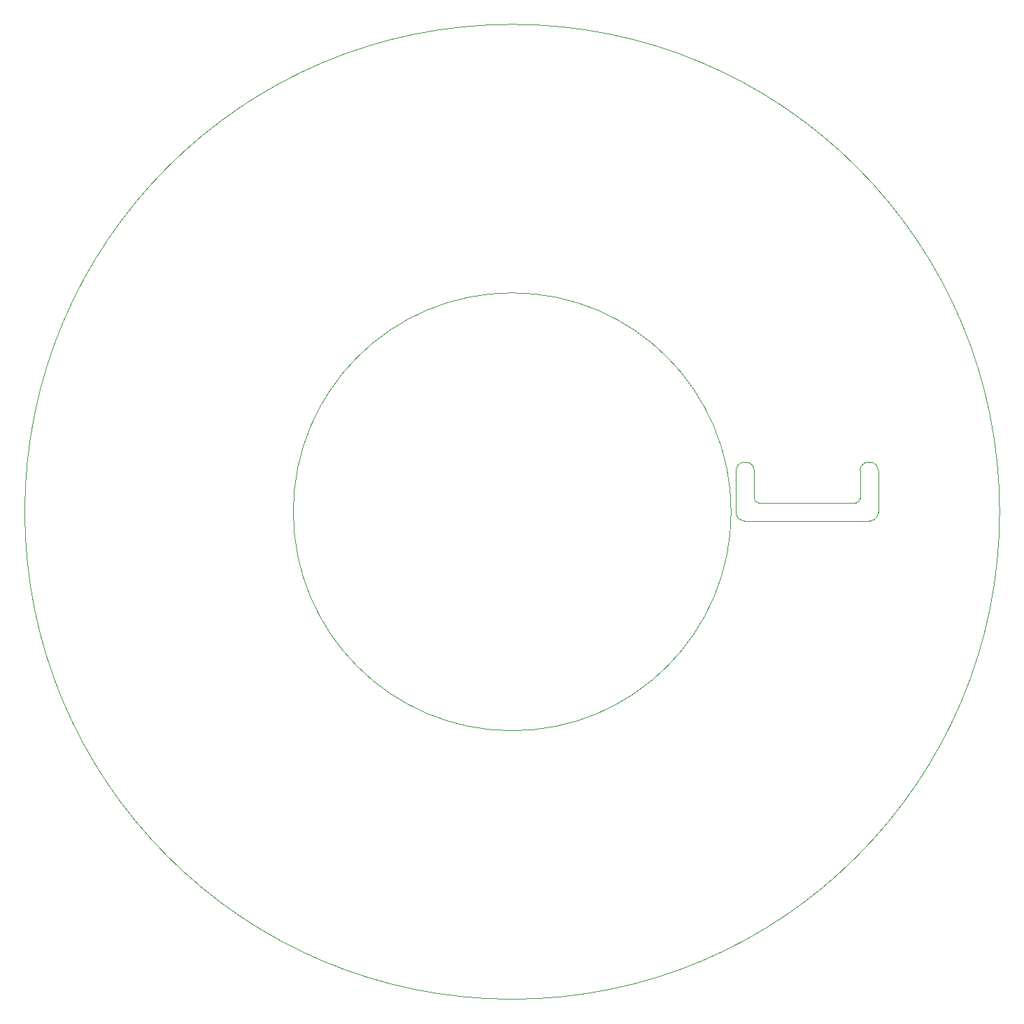
<source format=gbr>
%TF.GenerationSoftware,KiCad,Pcbnew,6.0.5-a6ca702e91~116~ubuntu20.04.1*%
%TF.CreationDate,2022-05-11T20:42:01+02:00*%
%TF.ProjectId,uHoubolt_PCB_PMU,75486f75-626f-46c7-945f-5043425f504d,rev?*%
%TF.SameCoordinates,PX8583b00PY5f5e100*%
%TF.FileFunction,Profile,NP*%
%FSLAX46Y46*%
G04 Gerber Fmt 4.6, Leading zero omitted, Abs format (unit mm)*
G04 Created by KiCad (PCBNEW 6.0.5-a6ca702e91~116~ubuntu20.04.1) date 2022-05-11 20:42:01*
%MOMM*%
%LPD*%
G01*
G04 APERTURE LIST*
%TA.AperFunction,Profile*%
%ADD10C,0.050000*%
%TD*%
%TA.AperFunction,Profile*%
%ADD11C,0.100000*%
%TD*%
G04 APERTURE END LIST*
D10*
X41600000Y1100000D02*
X29800000Y1100000D01*
X43300000Y-1100000D02*
G75*
G03*
X44300000Y-100000I0J1000000D01*
G01*
X44300000Y5000000D02*
G75*
G03*
X43300000Y6000000I-1000000J0D01*
G01*
X43100000Y6000000D02*
G75*
G03*
X42100000Y5000000I0J-1000000D01*
G01*
X41600000Y1100000D02*
G75*
G03*
X42100000Y1600000I0J500000D01*
G01*
X28100000Y6000000D02*
G75*
G03*
X27100000Y5000000I0J-1000000D01*
G01*
X27100000Y5000000D02*
X27100000Y-100000D01*
X28300000Y6000000D02*
X28100000Y6000000D01*
X29300000Y1600000D02*
X29300000Y5000000D01*
X29300000Y5000000D02*
G75*
G03*
X28300000Y6000000I-1000000J0D01*
G01*
X27100000Y-100000D02*
G75*
G03*
X28100000Y-1100000I1000000J0D01*
G01*
X29300000Y1600000D02*
G75*
G03*
X29800000Y1100000I500000J0D01*
G01*
X44300000Y-100000D02*
X44300000Y5000000D01*
X43300000Y6000000D02*
X43100000Y6000000D01*
D11*
X59000000Y0D02*
G75*
G03*
X59000000Y0I-59000000J0D01*
G01*
D10*
X42100000Y5000000D02*
X42100000Y1600000D01*
X28100000Y-1100000D02*
X43300000Y-1100000D01*
D11*
X26500000Y0D02*
G75*
G03*
X26500000Y0I-26500000J0D01*
G01*
M02*

</source>
